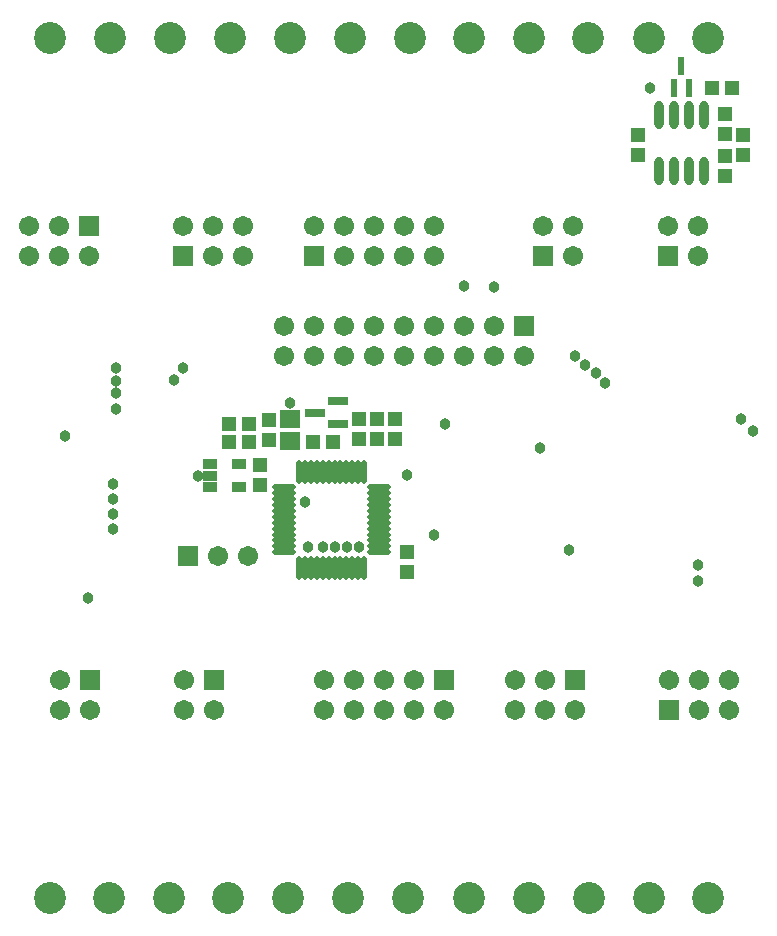
<source format=gbs>
%FSDAX24Y24*%
%MOIN*%
%SFA1B1*%

%IPPOS*%
%ADD32R,0.051307X0.047370*%
%ADD42R,0.047370X0.051307*%
%ADD46R,0.067055X0.067055*%
%ADD47C,0.067055*%
%ADD48C,0.106425*%
%ADD49C,0.038000*%
%ADD69O,0.031622X0.094614*%
%ADD70R,0.023748X0.059181*%
%ADD71O,0.019811X0.078866*%
%ADD72O,0.078866X0.019811*%
%ADD73R,0.067055X0.031622*%
%ADD74R,0.067055X0.059181*%
%ADD75R,0.051307X0.033590*%
%LNpcb_baseboard-1*%
%LPD*%
G54D32*
X025134Y029400D03*
X024465D03*
X011834Y017600D03*
X011165D03*
X008365D03*
X009034D03*
X008365Y018200D03*
X009034D03*
G54D42*
X025500Y027165D03*
Y027834D03*
X024900Y028534D03*
Y027865D03*
Y027134D03*
Y026465D03*
X022000Y027834D03*
Y027165D03*
X013900Y017700D03*
Y018369D03*
X009700Y017665D03*
Y018334D03*
X009400Y016165D03*
Y016834D03*
X014300Y013934D03*
Y013265D03*
X012700Y018369D03*
Y017700D03*
X013300Y018369D03*
Y017700D03*
G54D46*
X003760Y009662D03*
X007890D03*
X015540D03*
X019920D03*
X023060Y008662D03*
X003700Y024802D03*
X006840Y023802D03*
X011200D03*
X018840D03*
X023000D03*
X018200Y021450D03*
X007000Y013800D03*
G54D47*
X003760Y008662D03*
X002760Y009662D03*
Y008662D03*
X007890D03*
X006890Y009662D03*
Y008662D03*
X015540D03*
X014540Y009662D03*
Y008662D03*
X013540Y009662D03*
Y008662D03*
X012540Y009662D03*
Y008662D03*
X011540Y009662D03*
Y008662D03*
X017920D03*
Y009662D03*
X018920Y008662D03*
Y009662D03*
X019920Y008662D03*
X025060Y009662D03*
Y008662D03*
X024060Y009662D03*
Y008662D03*
X023060Y009662D03*
X001700Y023802D03*
Y024802D03*
X002700Y023802D03*
Y024802D03*
X003700Y023802D03*
X008840Y024802D03*
Y023802D03*
X007840Y024802D03*
Y023802D03*
X006840Y024802D03*
X011200D03*
X012200Y023802D03*
Y024802D03*
X013200Y023802D03*
Y024802D03*
X014200Y023802D03*
Y024802D03*
X015200Y023802D03*
Y024802D03*
X018840D03*
X019840Y023802D03*
Y024802D03*
X023000D03*
X024000Y023802D03*
Y024802D03*
X018200Y020450D03*
X017200Y021450D03*
Y020450D03*
X016200Y021450D03*
Y020450D03*
X015200Y021450D03*
Y020450D03*
X014200Y021450D03*
Y020450D03*
X013200Y021450D03*
Y020450D03*
X012200Y021450D03*
Y020450D03*
X011200Y021450D03*
Y020450D03*
X010200Y021450D03*
Y020450D03*
X008000Y013800D03*
X009000D03*
G54D48*
X024364Y031065D03*
X022395D03*
X016394D03*
X014425D03*
X020364D03*
X018395D03*
X008400D03*
X010400D03*
X012400D03*
X006400D03*
X004400D03*
X002400D03*
X004369Y002400D03*
X002400D03*
X008354D03*
X006385D03*
X020370D03*
X018370D03*
X016370D03*
X010360D03*
X012360D03*
X014360D03*
X024354D03*
X022385D03*
G54D49*
X020900Y019550D03*
X022400Y029397D03*
X003694Y012401D03*
X019700Y014000D03*
X015594Y018201D03*
X014300Y016500D03*
X015223Y014497D03*
X010400Y018900D03*
X004612Y019237D03*
Y019637D03*
X004500Y014700D03*
X004612Y018700D03*
X025844Y017951D03*
X025450Y018350D03*
X018750Y017400D03*
X002900Y017800D03*
X006550Y019650D03*
X007338Y016466D03*
X020250Y020150D03*
X020600Y019900D03*
X019900Y020450D03*
X017200Y022750D03*
X016204Y022789D03*
X006850Y020050D03*
X004600D03*
X011000Y014100D03*
X011500D03*
X012300D03*
X012703Y014098D03*
X011900Y014100D03*
X004500Y015200D03*
Y015700D03*
Y016200D03*
X010900Y015600D03*
X024005Y012945D03*
X024000Y013500D03*
G54D69*
X022700Y028500D03*
X023200D03*
X023700D03*
X024200D03*
X022700Y026610D03*
X023200D03*
X023700D03*
X024200D03*
G54D70*
X023455Y030108D03*
X023200Y029400D03*
X023711D03*
G54D71*
X010717Y016594D03*
X010914D03*
X011111D03*
X011307D03*
X011504D03*
X011701D03*
X011898D03*
X012095D03*
X012292D03*
X012488D03*
X012685D03*
X012882D03*
Y013405D03*
X012685D03*
X012488D03*
X012292D03*
X012095D03*
X011898D03*
X011701D03*
X011504D03*
X011307D03*
X011111D03*
X010914D03*
X010717D03*
G54D72*
X013394Y016082D03*
Y015885D03*
Y015688D03*
Y015492D03*
Y015295D03*
Y015098D03*
Y014901D03*
Y014704D03*
Y014507D03*
Y014311D03*
Y014114D03*
Y013917D03*
X010205D03*
Y014114D03*
Y014311D03*
Y014507D03*
Y014704D03*
Y014901D03*
Y015098D03*
Y015295D03*
Y015492D03*
Y015688D03*
Y015885D03*
Y016082D03*
G54D73*
X011251Y018574D03*
X012000Y018200D03*
Y018948D03*
G54D74*
X010400Y017625D03*
Y018374D03*
G54D75*
X008700Y016100D03*
Y016848D03*
X007755D03*
Y016474D03*
Y016100D03*
M02*
</source>
